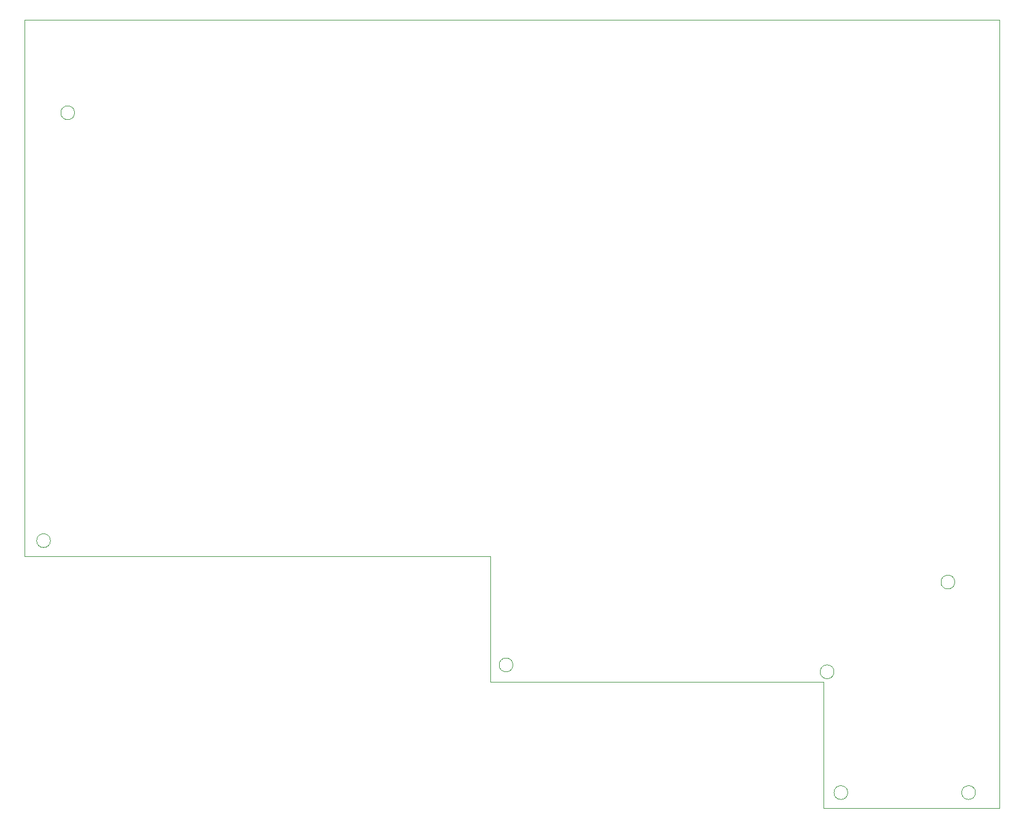
<source format=gm1>
%TF.GenerationSoftware,KiCad,Pcbnew,9.0.0*%
%TF.CreationDate,2025-03-29T08:19:36+09:00*%
%TF.ProjectId,keyboard,6b657962-6f61-4726-942e-6b696361645f,rev?*%
%TF.SameCoordinates,Original*%
%TF.FileFunction,Profile,NP*%
%FSLAX46Y46*%
G04 Gerber Fmt 4.6, Leading zero omitted, Abs format (unit mm)*
G04 Created by KiCad (PCBNEW 9.0.0) date 2025-03-29 08:19:36*
%MOMM*%
%LPD*%
G01*
G04 APERTURE LIST*
%TA.AperFunction,Profile*%
%ADD10C,0.050000*%
%TD*%
G04 APERTURE END LIST*
D10*
X140250000Y-114750000D02*
X140250000Y-133000000D01*
X72750000Y-46500000D02*
X72750000Y-37000000D01*
X192000000Y-149000000D02*
G75*
G02*
X190000000Y-149000000I-1000000J0D01*
G01*
X190000000Y-149000000D02*
G75*
G02*
X192000000Y-149000000I1000000J0D01*
G01*
X72750000Y-114750000D02*
X140250000Y-114750000D01*
X207500000Y-118500000D02*
G75*
G02*
X205500000Y-118500000I-1000000J0D01*
G01*
X205500000Y-118500000D02*
G75*
G02*
X207500000Y-118500000I1000000J0D01*
G01*
X72750000Y-37000000D02*
X214000000Y-37000000D01*
X76500000Y-112500000D02*
G75*
G02*
X74500000Y-112500000I-1000000J0D01*
G01*
X74500000Y-112500000D02*
G75*
G02*
X76500000Y-112500000I1000000J0D01*
G01*
X214000000Y-151250000D02*
X188500000Y-151250000D01*
X140250000Y-133000000D02*
X188500000Y-133000000D01*
X188500000Y-133000000D02*
X188500000Y-151250000D01*
X214000000Y-37000000D02*
X214000000Y-44750000D01*
X72750000Y-46500000D02*
X72750000Y-114750000D01*
X190000000Y-131500000D02*
G75*
G02*
X188000000Y-131500000I-1000000J0D01*
G01*
X188000000Y-131500000D02*
G75*
G02*
X190000000Y-131500000I1000000J0D01*
G01*
X80000000Y-50500000D02*
G75*
G02*
X78000000Y-50500000I-1000000J0D01*
G01*
X78000000Y-50500000D02*
G75*
G02*
X80000000Y-50500000I1000000J0D01*
G01*
X210500000Y-149000000D02*
G75*
G02*
X208500000Y-149000000I-1000000J0D01*
G01*
X208500000Y-149000000D02*
G75*
G02*
X210500000Y-149000000I1000000J0D01*
G01*
X143500000Y-130500000D02*
G75*
G02*
X141500000Y-130500000I-1000000J0D01*
G01*
X141500000Y-130500000D02*
G75*
G02*
X143500000Y-130500000I1000000J0D01*
G01*
X214000000Y-44750000D02*
X214000000Y-151250000D01*
M02*

</source>
